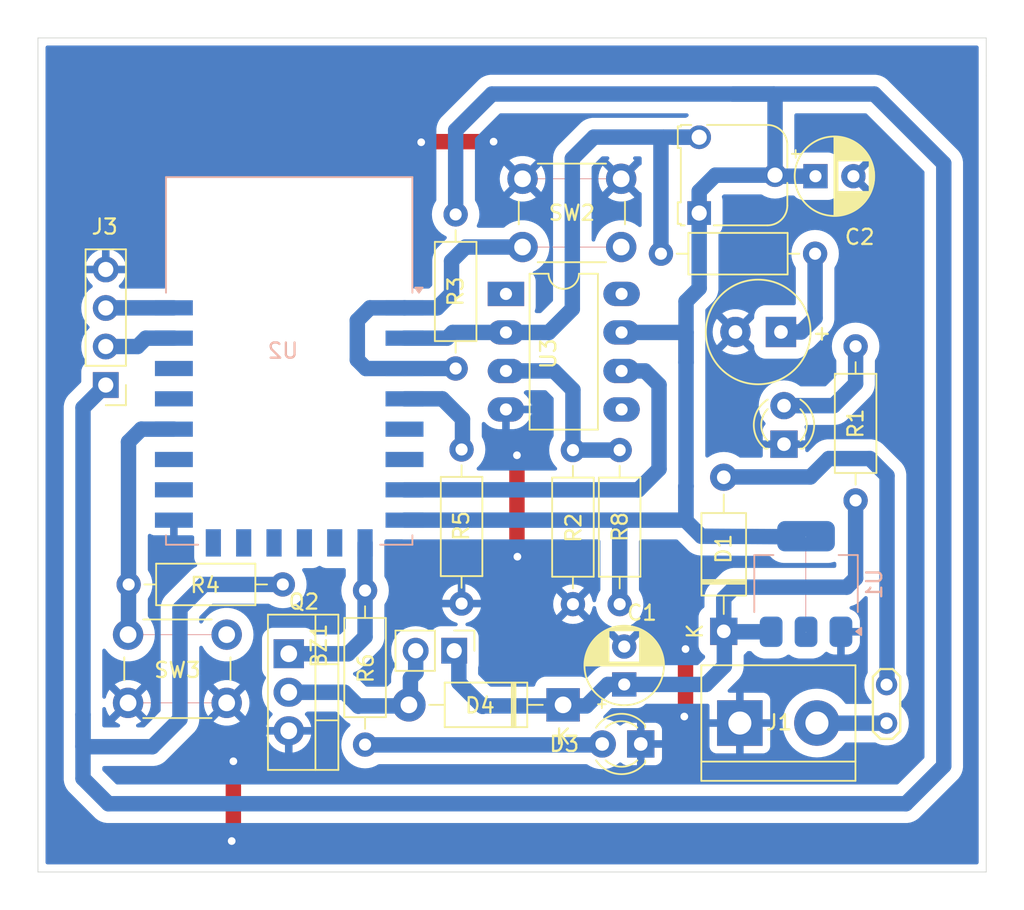
<source format=kicad_pcb>
(kicad_pcb (version 20240108) (generator "pcbnew") (generator_version "8.0")
  (layers (0 "F.Cu" signal) (31 "B.Cu" signal) (34 "B.Paste" user) (35 "F.Paste" user) (36 "B.SilkS" user "B.Silkscreen") (37 "F.SilkS" user "F.Silkscreen") (38 "B.Mask" user) (39 "F.Mask" user) (44 "Edge.Cuts" user))
  (net 0 "")
  (net 1 "Net-(BZ1--)")
  (net 2 "+12V")
  (net 3 "GND")
  (net 4 "+3.3V")
  (net 5 "Net-(D1-A)")
  (net 6 "Net-(D2-A)")
  (net 7 "Net-(D3-A)")
  (net 8 "Net-(J1-Pin_2)")
  (net 9 "/Tx")
  (net 10 "/Rx")
  (net 11 "Net-(MK1--)")
  (net 12 "Net-(Q2-G)")
  (net 13 "Net-(U3-+)")
  (net 14 "Net-(SW2-B)")
  (net 15 "Net-(SW3-A)")
  (net 16 "Net-(U2-GPIO16)")
  (net 17 "/intensity")
  (net 31 "Net-(U2-GPIO13)")
  (footprint "Capacitor_THT:CP_Radial_D5.0mm_P2.50mm" (layer "F.Cu") (at 153.64 87.635113 90)
    (property "Reference" "C1" (at 4.725112 1.17 0) (layer "F.SilkS"))
    (property "Value" "100uF")
    (pad "1" thru_hole rect (at 0 0 90) (size 1.6 1.6) (drill 0.8) (layers "*.Cu" "*.Mask") (net 2 "+12V"))
    (pad "2" thru_hole circle (at 2.5 0 90) (size 1.6 1.6) (drill 0.8) (layers "*.Cu" "*.Mask") (net 3 "GND"))
  )
  (footprint "Capacitor_THT:CP_Radial_D5.0mm_P2.50mm" (layer "F.Cu") (at 166.244888 54.12)
    (property "Reference" "C2" (at 2.915112 4.01 0) (layer "F.SilkS"))
    (property "Value" "10uF")
    (pad "1" thru_hole rect (at 0 0) (size 1.6 1.6) (drill 0.8) (layers "*.Cu" "*.Mask") (net 4 "+3.3V"))
    (pad "2" thru_hole circle (at 2.5 0) (size 1.6 1.6) (drill 0.8) (layers "*.Cu" "*.Mask") (net 3 "GND"))
  )
  (footprint "Buzzer_Beeper:MagneticBuzzer_Kobitone_254-EMB73-RO" (layer "F.Cu") (at 163.97 64.39 180)
    (property "Reference" "MK1" (hide yes))
    (property "Value" "Microphone")
    (fp_text user "+" (at -2.7 -0.05 180) (layer "F.SilkS"))
    (pad "1" thru_hole rect (at 0 0 180) (size 2 2) (drill 0.9) (layers "*.Cu" "*.Mask") (net 11 "Net-(MK1--)"))
    (pad "2" thru_hole circle (at 3 0 180) (size 2 2) (drill 0.9) (layers "*.Cu" "*.Mask") (net 3 "GND"))
  )
  (footprint "Package_TO_SOT_THT:TO-220-3_Vertical" (layer "F.Cu") (at 131.53 85.61 -90)
    (property "Reference" "Q2" (at -3.43 -1 180) (layer "F.SilkS"))
    (property "Value" "IRF540N")
    (pad "1" thru_hole rect (at 0 0 270) (size 1.905 2) (drill 1.1) (layers "*.Cu" "*.Mask") (net 12 "Net-(Q2-G)"))
    (pad "2" thru_hole oval (at 2.54 0 270) (size 1.905 2) (drill 1.1) (layers "*.Cu" "*.Mask") (net 1 "Net-(BZ1--)"))
    (pad "3" thru_hole oval (at 5.08 0 270) (size 1.905 2) (drill 1.1) (layers "*.Cu" "*.Mask") (net 3 "GND"))
  )
  (footprint "Diode_THT:D_DO-41_SOD81_P10.16mm_Horizontal" (layer "F.Cu") (at 149.61 88.98 180)
    (property "Reference" "D4" (at 5.48 -0.04 180) (layer "F.SilkS"))
    (property "Value" "1N4001")
    (fp_text user "K" (at 0 -2.1 180) (layer "F.SilkS"))
    (pad "1" thru_hole rect (at 0 0 180) (size 2.2 2.2) (drill 1.1) (layers "*.Cu" "*.Mask") (net 2 "+12V"))
    (pad "2" thru_hole oval (at 10.16 0 180) (size 2.2 2.2) (drill 1.1) (layers "*.Cu" "*.Mask") (net 1 "Net-(BZ1--)"))
  )
  (footprint "Resistor_THT:R_Axial_DIN0207_L6.3mm_D2.5mm_P10.16mm_Horizontal" (layer "F.Cu") (at 153.34 72.18 -90)
    (property "Reference" "R8" (at 5.07 -0.01 90) (layer "F.SilkS"))
    (property "Value" "100k")
    (pad "1" thru_hole circle (at 0 0 270) (size 1.6 1.6) (drill 0.8) (layers "*.Cu" "*.Mask") (net 13 "Net-(U3-+)"))
    (pad "2" thru_hole oval (at 10.16 0 270) (size 1.6 1.6) (drill 0.8) (layers "*.Cu" "*.Mask") (net 4 "+3.3V"))
  )
  (footprint "LED_THT:LED_D3.0mm" (layer "F.Cu") (at 154.73 91.56 180)
    (property "Reference" "D3" (at 5.04 0 180) (layer "F.SilkS"))
    (property "Value" "LED")
    (pad "1" thru_hole rect (at 0 0 180) (size 1.8 1.8) (drill 0.9) (layers "*.Cu" "*.Mask") (net 3 "GND"))
    (pad "2" thru_hole circle (at 2.54 0 180) (size 1.8 1.8) (drill 0.9) (layers "*.Cu" "*.Mask") (net 7 "Net-(D3-A)"))
  )
  (footprint "Resistor_THT:R_Axial_DIN0207_L6.3mm_D2.5mm_P10.16mm_Horizontal" (layer "F.Cu") (at 142.92 72.14 -90)
    (property "Reference" "R5" (at 5.04 0.02 90) (layer "F.SilkS"))
    (property "Value" "10k")
    (pad "1" thru_hole circle (at 0 0 270) (size 1.6 1.6) (drill 0.8) (layers "*.Cu" "*.Mask") (net 16 "Net-(U2-GPIO16)"))
    (pad "2" thru_hole oval (at 10.16 0 270) (size 1.6 1.6) (drill 0.8) (layers "*.Cu" "*.Mask") (net 3 "GND"))
  )
  (footprint "Package_DIP:DIP-8_W7.62mm_LongPads" (layer "F.Cu") (at 145.845 61.88)
    (property "Reference" "U3" (at 2.795 3.95 90) (layer "F.SilkS"))
    (property "Value" "LM741")
    (pad "1" thru_hole rect (at 0 0) (size 2.4 1.6) (drill 0.8) (layers "*.Cu" "*.Mask"))
    (pad "2" thru_hole oval (at 0 2.54) (size 2.4 1.6) (drill 0.8) (layers "*.Cu" "*.Mask") (net 17 "/intensity"))
    (pad "3" thru_hole oval (at 0 5.08) (size 2.4 1.6) (drill 0.8) (layers "*.Cu" "*.Mask") (net 13 "Net-(U3-+)"))
    (pad "4" thru_hole oval (at 0 7.62) (size 2.4 1.6) (drill 0.8) (layers "*.Cu" "*.Mask") (net 3 "GND"))
    (pad "5" thru_hole oval (at 7.62 7.62) (size 2.4 1.6) (drill 0.8) (layers "*.Cu" "*.Mask"))
    (pad "6" thru_hole oval (at 7.62 5.08) (size 2.4 1.6) (drill 0.8) (layers "*.Cu" "*.Mask") (net 31 "Net-(U2-GPIO13)"))
    (pad "7" thru_hole oval (at 7.62 2.54) (size 2.4 1.6) (drill 0.8) (layers "*.Cu" "*.Mask") (net 4 "+3.3V"))
    (pad "8" thru_hole oval (at 7.62 0) (size 2.4 1.6) (drill 0.8) (layers "*.Cu" "*.Mask"))
  )
  (footprint "Resistor_THT:R_Axial_DIN0207_L6.3mm_D2.5mm_P10.16mm_Horizontal" (layer "F.Cu") (at 168.89 75.5 90)
    (property "Reference" "R1" (at 5.07 0 -90) (layer "F.SilkS"))
    (property "Value" "1k")
    (pad "1" thru_hole circle (at 0 0 90) (size 1.6 1.6) (drill 0.8) (layers "*.Cu" "*.Mask") (net 2 "+12V"))
    (pad "2" thru_hole oval (at 10.16 0 90) (size 1.6 1.6) (drill 0.8) (layers "*.Cu" "*.Mask") (net 6 "Net-(D2-A)"))
  )
  (footprint "Resistor_THT:R_Axial_DIN0207_L6.3mm_D2.5mm_P10.16mm_Horizontal" (layer "F.Cu") (at 150.26 82.34 90)
    (property "Reference" "R2" (at 5.03 0.04 -90) (layer "F.SilkS"))
    (property "Value" "100k")
    (pad "1" thru_hole circle (at 0 0 90) (size 1.6 1.6) (drill 0.8) (layers "*.Cu" "*.Mask") (net 3 "GND"))
    (pad "2" thru_hole oval (at 10.16 0 90) (size 1.6 1.6) (drill 0.8) (layers "*.Cu" "*.Mask") (net 13 "Net-(U3-+)"))
  )
  (footprint "Button_Switch_THT:SW_PUSH_6mm" (layer "F.Cu") (at 146.94 54.29)
    (property "Reference" "SW2" (at 3.25 2.25 0) (layer "F.SilkS"))
    (property "Value" "Reset")
    (pad "1" thru_hole circle (at 0 0 90) (size 2 2) (drill 1.1) (layers "*.Cu" "*.Mask") (net 3 "GND"))
    (pad "1" thru_hole circle (at 6.5 0 90) (size 2 2) (drill 1.1) (layers "*.Cu" "*.Mask") (net 3 "GND"))
    (pad "2" thru_hole circle (at 0 4.5 90) (size 2 2) (drill 1.1) (layers "*.Cu" "*.Mask") (net 14 "Net-(SW2-B)"))
    (pad "2" thru_hole circle (at 6.5 4.5 90) (size 2 2) (drill 1.1) (layers "*.Cu" "*.Mask") (net 14 "Net-(SW2-B)"))
  )
  (footprint "Resistor_THT:R_Axial_DIN0207_L6.3mm_D2.5mm_P10.16mm_Horizontal" (layer "F.Cu") (at 131.14 81.04 180)
    (property "Reference" "R4" (at 5.12 -0.05 180) (layer "F.SilkS"))
    (property "Value" "10k")
    (pad "1" thru_hole circle (at 0 0 180) (size 1.6 1.6) (drill 0.8) (layers "*.Cu" "*.Mask") (net 4 "+3.3V"))
    (pad "2" thru_hole oval (at 10.16 0 180) (size 1.6 1.6) (drill 0.8) (layers "*.Cu" "*.Mask") (net 15 "Net-(SW3-A)"))
  )
  (footprint "TestPoint:TestPoint_2Pads_Pitch2.54mm_Drill0.8mm" (layer "F.Cu") (at 170.93 90.19 90)
    (property "Reference" "SW1" (hide yes))
    (property "Value" "Switch")
    (pad "1" thru_hole circle (at 0 0 90) (size 1.4 1.4) (drill 0.8) (layers "*.Cu" "*.Mask") (net 8 "Net-(J1-Pin_2)"))
    (pad "2" thru_hole circle (at 2.54 0 90) (size 1.4 1.4) (drill 0.8) (layers "*.Cu" "*.Mask") (net 5 "Net-(D1-A)"))
  )
  (footprint "LED_THT:LED_D3.0mm" (layer "F.Cu") (at 164.17 71.79 90)
    (property "Reference" "D2" (hide yes))
    (property "Value" "Power")
    (pad "1" thru_hole rect (at 0 0 90) (size 1.8 1.8) (drill 0.9) (layers "*.Cu" "*.Mask") (net 3 "GND"))
    (pad "2" thru_hole circle (at 2.54 0 90) (size 1.8 1.8) (drill 0.9) (layers "*.Cu" "*.Mask") (net 6 "Net-(D2-A)"))
  )
  (footprint "Button_Switch_THT:SW_PUSH_6mm" (layer "F.Cu") (at 120.94 84.35)
    (property "Reference" "SW3" (at 3.25 2.34 0) (layer "F.SilkS"))
    (property "Value" "Mode")
    (pad "1" thru_hole circle (at 0 0 90) (size 2 2) (drill 1.1) (layers "*.Cu" "*.Mask") (net 15 "Net-(SW3-A)"))
    (pad "1" thru_hole circle (at 6.5 0 90) (size 2 2) (drill 1.1) (layers "*.Cu" "*.Mask") (net 15 "Net-(SW3-A)"))
    (pad "2" thru_hole circle (at 0 4.5 90) (size 2 2) (drill 1.1) (layers "*.Cu" "*.Mask") (net 3 "GND"))
    (pad "2" thru_hole circle (at 6.5 4.5 90) (size 2 2) (drill 1.1) (layers "*.Cu" "*.Mask") (net 3 "GND"))
  )
  (footprint "Resistor_THT:R_Axial_DIN0207_L6.3mm_D2.5mm_P10.16mm_Horizontal" (layer "F.Cu") (at 142.53 56.64 -90)
    (property "Reference" "R3" (at 5.08 0 90) (layer "F.SilkS"))
    (property "Value" "10k")
    (pad "1" thru_hole circle (at 0 0 270) (size 1.6 1.6) (drill 0.8) (layers "*.Cu" "*.Mask") (net 4 "+3.3V"))
    (pad "2" thru_hole oval (at 10.16 0 270) (size 1.6 1.6) (drill 0.8) (layers "*.Cu" "*.Mask") (net 14 "Net-(SW2-B)"))
  )
  (footprint "TerminalBlock:TerminalBlock_bornier-2_P5.08mm" (layer "F.Cu") (at 161.26 90.18)
    (property "Reference" "J1" (at 2.59 -0.04 0) (layer "F.SilkS"))
    (property "Value" "Power")
    (pad "1" thru_hole rect (at 0 0) (size 3 3) (drill 1.52) (layers "*.Cu" "*.Mask") (net 3 "GND"))
    (pad "2" thru_hole circle (at 5.08 0) (size 3 3) (drill 1.52) (layers "*.Cu" "*.Mask") (net 8 "Net-(J1-Pin_2)"))
  )
  (footprint "Resistor_THT:R_Axial_DIN0207_L6.3mm_D2.5mm_P10.16mm_Horizontal" (layer "F.Cu") (at 136.56 81.44 -90)
    (property "Reference" "R6" (at 5.13 -0.05 90) (layer "F.SilkS"))
    (property "Value" "100")
    (pad "1" thru_hole circle (at 0 0 270) (size 1.6 1.6) (drill 0.8) (layers "*.Cu" "*.Mask") (net 12 "Net-(Q2-G)"))
    (pad "2" thru_hole oval (at 10.16 0 270) (size 1.6 1.6) (drill 0.8) (layers "*.Cu" "*.Mask") (net 7 "Net-(D3-A)"))
  )
  (footprint "Resistor_THT:R_Axial_DIN0207_L6.3mm_D2.5mm_P10.16mm_Horizontal" (layer "F.Cu") (at 156.06 59.23)
    (property "Reference" "R9" (hide yes))
    (property "Value" "150")
    (pad "1" thru_hole circle (at 0 0) (size 1.6 1.6) (drill 0.8) (layers "*.Cu" "*.Mask") (net 17 "/intensity"))
    (pad "2" thru_hole oval (at 10.16 0) (size 1.6 1.6) (drill 0.8) (layers "*.Cu" "*.Mask") (net 11 "Net-(MK1--)"))
  )
  (footprint "Connector_PinHeader_2.54mm:PinHeader_1x02_P2.54mm_Vertical" (layer "F.Cu") (at 142.435 85.41 -90)
    (property "Reference" "BZ1" (at -0.33 8.915 90) (layer "F.SilkS"))
    (property "Value" "Buzzer")
    (pad "1" thru_hole rect (at 0 0 270) (size 1.7 1.7) (drill 1) (layers "*.Cu" "*.Mask") (net 2 "+12V"))
    (pad "2" thru_hole oval (at 0 2.54 270) (size 1.7 1.7) (drill 1) (layers "*.Cu" "*.Mask") (net 1 "Net-(BZ1--)"))
  )
  (footprint "Connector_PinHeader_2.54mm:PinHeader_1x04_P2.54mm_Vertical" (layer "F.Cu") (at 119.47 67.89 180)
    (property "Reference" "J3" (at 0.07 10.44 180) (layer "F.SilkS"))
    (property "Value" "Program")
    (pad "1" thru_hole rect (at 0 0 180) (size 1.7 1.7) (drill 1) (layers "*.Cu" "*.Mask") (net 4 "+3.3V"))
    (pad "2" thru_hole oval (at 0 2.54 180) (size 1.7 1.7) (drill 1) (layers "*.Cu" "*.Mask") (net 10 "/Rx"))
    (pad "3" thru_hole oval (at 0 5.08 180) (size 1.7 1.7) (drill 1) (layers "*.Cu" "*.Mask") (net 9 "/Tx"))
    (pad "4" thru_hole oval (at 0 7.62 180) (size 1.7 1.7) (drill 1) (layers "*.Cu" "*.Mask") (net 3 "GND"))
  )
  (footprint "Potentiometer_THT:Potentiometer_Runtron_RM-065_Vertical" (layer "F.Cu") (at 158.58 56.55 90)
    (property "Reference" "RV1" (hide yes))
    (property "Value" "10k")
    (pad "1" thru_hole rect (at 0 0 90) (size 1.56 1.56) (drill 1) (layers "*.Cu" "*.Mask") (net 4 "+3.3V"))
    (pad "2" thru_hole circle (at 2.5 5 90) (size 1.56 1.56) (drill 1) (layers "*.Cu" "*.Mask") (net 4 "+3.3V"))
    (pad "3" thru_hole circle (at 5 0 90) (size 1.56 1.56) (drill 1) (layers "*.Cu" "*.Mask") (net 17 "/intensity"))
  )
  (footprint "Diode_THT:D_A-405_P10.16mm_Horizontal" (layer "F.Cu") (at 160.2 84.13 90)
    (property "Reference" "D1" (at 5.44 -0.01 -90) (layer "F.SilkS"))
    (property "Value" "1N4001")
    (fp_text user "K" (at 0 -1.9 -90) (layer "F.SilkS"))
    (pad "1" thru_hole rect (at 0 0 90) (size 1.8 1.8) (drill 0.9) (layers "*.Cu" "*.Mask") (net 2 "+12V"))
    (pad "2" thru_hole oval (at 10.16 0 90) (size 1.8 1.8) (drill 0.9) (layers "*.Cu" "*.Mask") (net 5 "Net-(D1-A)"))
  )
  (footprint "RF_Module:ESP-12E" (layer "B.Cu") (at 131.56 66.3 180)
    (property "Reference" "U2" (at 0.41 0.67 180) (layer "B.SilkS") (effects (justify mirror)))
    (property "Value" "ESP-12F")
    (pad "1" smd rect (at -7.6 3.5 180) (size 2.5 1) (layers "B.Cu" "B.Paste" "B.Mask") (net 14 "Net-(SW2-B)"))
    (pad "2" smd rect (at -7.6 1.5 180) (size 2.5 1) (layers "B.Cu" "B.Paste" "B.Mask") (net 17 "/intensity"))
    (pad "3" smd rect (at -7.6 -0.5 180) (size 2.5 1) (layers "B.Cu" "B.Paste" "B.Mask") (net 14 "Net-(SW2-B)"))
    (pad "4" smd rect (at -7.6 -2.5 180) (size 2.5 1) (layers "B.Cu" "B.Paste" "B.Mask") (net 16 "Net-(U2-GPIO16)"))
    (pad "5" smd rect (at -7.6 -4.5 180) (size 2.5 1) (layers "B.Cu" "B.Paste" "B.Mask"))
    (pad "6" smd rect (at -7.6 -6.5 180) (size 2.5 1) (layers "B.Cu" "B.Paste" "B.Mask"))
    (pad "7" smd rect (at -7.6 -8.5 180) (size 2.5 1) (layers "B.Cu" "B.Paste" "B.Mask") (net 31 "Net-(U2-GPIO13)"))
    (pad "8" smd rect (at -7.6 -10.5 180) (size 2.5 1) (layers "B.Cu" "B.Paste" "B.Mask") (net 4 "+3.3V"))
    (pad "9" smd rect (at -5 -12 180) (size 1 1.8) (layers "B.Cu" "B.Paste" "B.Mask") (net 12 "Net-(Q2-G)"))
    (pad "10" smd rect (at -3 -12 180) (size 1 1.8) (layers "B.Cu" "B.Paste" "B.Mask"))
    (pad "11" smd rect (at -1 -12 180) (size 1 1.8) (layers "B.Cu" "B.Paste" "B.Mask"))
    (pad "12" smd rect (at 1 -12 180) (size 1 1.8) (layers "B.Cu" "B.Paste" "B.Mask"))
    (pad "13" smd rect (at 3 -12 180) (size 1 1.8) (layers "B.Cu" "B.Paste" "B.Mask"))
    (pad "14" smd rect (at 5 -12 180) (size 1 1.8) (layers "B.Cu" "B.Paste" "B.Mask"))
    (pad "15" smd rect (at 7.6 -10.5 180) (size 2.5 1) (layers "B.Cu" "B.Paste" "B.Mask") (net 3 "GND"))
    (pad "16" smd rect (at 7.6 -8.5 180) (size 2.5 1) (layers "B.Cu" "B.Paste" "B.Mask"))
    (pad "17" smd rect (at 7.6 -6.5 180) (size 2.5 1) (layers "B.Cu" "B.Paste" "B.Mask"))
    (pad "18" smd rect (at 7.6 -4.5 180) (size 2.5 1) (layers "B.Cu" "B.Paste" "B.Mask") (net 15 "Net-(SW3-A)"))
    (pad "19" smd rect (at 7.6 -2.5 180) (size 2.5 1) (layers "B.Cu" "B.Paste" "B.Mask"))
    (pad "20" smd rect (at 7.6 -0.5 180) (size 2.5 1) (layers "B.Cu" "B.Paste" "B.Mask"))
    (pad "21" smd rect (at 7.6 1.5 180) (size 2.5 1) (layers "B.Cu" "B.Paste" "B.Mask") (net 10 "/Rx"))
    (pad "22" smd rect (at 7.6 3.5 180) (size 2.5 1) (layers "B.Cu" "B.Paste" "B.Mask") (net 9 "/Tx"))
    (zone (net 0) (net_name "") (layers "*.Cu") (connect_pads (clearance 0)) (min_thickness 0.254)
      (keepout (tracks not_allowed) (vias not_allowed) (pads not_allowed) (copperpour not_allowed) (footprints not_allowed))
      (fill (thermal_gap 0.508) (thermal_bridge_width 0.508))
      (polygon (pts (xy 139.68 61.5) (xy 123.44 61.5) (xy 123.44 54.18) (xy 139.68 54.18)))
    )
  )
  (footprint "Package_TO_SOT_SMD:SOT-223-3_TabPin2" (layer "B.Cu") (at 165.6225 81.01 90)
    (property "Reference" "U1" (at 0 4.5 -90) (layer "B.SilkS") (effects (justify mirror)))
    (property "Value" "AMS1117-3.3")
    (pad "1" smd roundrect (at -3.15 2.3 90) (size 2 1.5) (layers "B.Cu" "B.Paste" "B.Mask") (net 3 "GND"))
    (pad "2" smd roundrect (at -3.15 0 90) (size 2 1.5) (layers "B.Cu" "B.Paste" "B.Mask") (net 4 "+3.3V"))
    (pad "2" smd roundrect (at 3.15 0 90) (size 2 3.8) (layers "B.Cu" "B.Paste" "B.Mask") (net 4 "+3.3V"))
    (pad "3" smd roundrect (at -3.15 -2.3 90) (size 2 1.5) (layers "B.Cu" "B.Paste" "B.Mask") (net 2 "+12V"))
  )
  (gr_line (start 177.5 47.5) (end 177.5 100) (stroke (width 0.05)) (layer "Edge.Cuts"))
  (gr_line (start 115 100) (end 115 45) (stroke (width 0.05)) (layer "Edge.Cuts"))
  (gr_line (start 177.5 100) (end 115 100) (stroke (width 0.05)) (layer "Edge.Cuts"))
  (gr_line (start 177.5 45) (end 177.5 47.5) (stroke (width 0.05)) (layer "Edge.Cuts"))
  (gr_line (start 115 45) (end 177.5 45) (stroke (width 0.05)) (layer "Edge.Cuts"))
  (segment (start 139.38 89.05) (end 136.14 89.05) (width 1.016) (layer "B.Cu") (net 1))
  (segment (start 139.895 86.825) (end 139.92 86.85) (width 1.016) (layer "B.Cu") (net 1))
  (segment (start 139.55 88.88) (end 139.38 89.05) (width 1.016) (layer "B.Cu") (net 1))
  (segment (start 139.895 85.41) (end 139.895 86.825) (width 1.016) (layer "B.Cu") (net 1))
  (segment (start 136.14 89.05) (end 136.12 89.07) (width 1.016) (layer "B.Cu") (net 1))
  (segment (start 139.92 86.85) (end 139.55 87.22) (width 1.016) (layer "B.Cu") (net 1))
  (segment (start 135.2 88.15) (end 131.53 88.15) (width 1.016) (layer "B.Cu") (net 1))
  (segment (start 136.12 89.07) (end 135.2 88.15) (width 1.016) (layer "B.Cu") (net 1))
  (segment (start 139.55 87.22) (end 139.55 88.88) (width 1.016) (layer "B.Cu") (net 1))
  (segment (start 151.14 89.05) (end 144.34 89.05) (width 1.016) (layer "B.Cu") (net 2))
  (segment (start 168.89 75.5) (end 168.89 80.63) (width 1.016) (layer "B.Cu") (net 2))
  (segment (start 144.34 89.05) (end 144.31 89.08) (width 1.016) (layer "B.Cu") (net 2))
  (segment (start 159.024888 87.635112) (end 152.554888 87.635112) (width 1.016) (layer "B.Cu") (net 2))
  (segment (start 160.23 84.16) (end 160.2 84.13) (width 1.016) (layer "B.Cu") (net 2))
  (segment (start 160.93 81.22) (end 160.2 81.95) (width 1.016) (layer "B.Cu") (net 2))
  (segment (start 160.24 86.42) (end 159.024888 87.635112) (width 1.016) (layer "B.Cu") (net 2))
  (segment (start 152.554888 87.635112) (end 151.14 89.05) (width 1.016) (layer "B.Cu") (net 2))
  (segment (start 142.74 87.51) (end 142.74 85.47) (width 1.016) (layer "B.Cu") (net 2))
  (segment (start 168.89 80.63) (end 168.3 81.22) (width 1.016) (layer "B.Cu") (net 2))
  (segment (start 168.3 81.22) (end 160.93 81.22) (width 1.016) (layer "B.Cu") (net 2))
  (segment (start 160.2 81.95) (end 160.2 84.13) (width 1.016) (layer "B.Cu") (net 2))
  (segment (start 160.24 84.17) (end 160.24 86.42) (width 1.016) (layer "B.Cu") (net 2))
  (segment (start 163.3225 84.16) (end 160.23 84.16) (width 1.016) (layer "B.Cu") (net 2))
  (segment (start 144.31 89.08) (end 142.74 87.51) (width 1.016) (layer "B.Cu") (net 2))
  (segment (start 160.2 84.13) (end 160.24 84.17) (width 1.016) (layer "B.Cu") (net 2))
  (segment (start 146.57 79.18) (end 146.6 79.21) (width 1.016) (layer "F.Cu") (net 3))
  (segment (start 127.88 92.7) (end 127.88 97.85) (width 1.016) (layer "F.Cu") (net 3))
  (segment (start 157.68 89.67) (end 157.6 89.75) (width 1.016) (layer "F.Cu") (net 3))
  (segment (start 157.68 85.3) (end 157.68 89.67) (width 1.016) (layer "F.Cu") (net 3))
  (segment (start 145.03 51.84) (end 140.3 51.84) (width 1.016) (layer "F.Cu") (net 3))
  (segment (start 146.94 54.29) (end 153.44 54.29) (width 0.0254) (layer "F.Cu") (net 3))
  (segment (start 127.88 97.85) (end 127.77 97.96) (width 1.016) (layer "F.Cu") (net 3))
  (segment (start 120.94 88.85) (end 127.44 88.85) (width 0.0254) (layer "F.Cu") (net 3))
  (segment (start 140.3 51.84) (end 140.26 51.88) (width 1.016) (layer "F.Cu") (net 3))
  (segment (start 146.57 72.52) (end 146.57 79.18) (width 1.016) (layer "F.Cu") (net 3))
  (via (at 146.6 79.21) (size 1.524) (drill 0.508) (layers "F.Cu" "B.Cu") (net 3))
  (via (at 157.68 85.3) (size 1.524) (drill 0.508) (layers "F.Cu" "B.Cu") (net 3))
  (via (at 146.57 72.52) (size 1.524) (drill 0.508) (layers "F.Cu" "B.Cu") (net 3))
  (via (at 145.03 51.84) (size 1.524) (drill 0.508) (layers "F.Cu" "B.Cu") (net 3))
  (via (at 127.88 92.7) (size 1.524) (drill 0.508) (layers "F.Cu" "B.Cu") (net 3))
  (via (at 140.26 51.88) (size 1.524) (drill 0.508) (layers "F.Cu" "B.Cu") (net 3))
  (via (at 127.77 97.96) (size 1.524) (drill 0.508) (layers "F.Cu" "B.Cu") (net 3))
  (via (at 157.6 89.75) (size 1.524) (drill 0.508) (layers "F.Cu" "B.Cu") (net 3))
  (segment (start 165.61 77.9) (end 165.61 84.18) (width 0.0254) (layer "F.Cu") (net 4))
  (via (at 165.61 77.9) (size 0.0508) (drill 0.0254) (layers "F.Cu" "B.Cu") (net 4))
  (via (at 165.62 84.19) (size 0.0508) (drill 0.0254) (layers "F.Cu" "B.Cu") (net 4))
  (segment (start 158.58 61.51) (end 157.713 62.377) (width 1.016) (layer "B.Cu") (net 4))
  (segment (start 144.92 48.7) (end 163.5 48.7) (width 1.016) (layer "B.Cu") (net 4))
  (segment (start 157.713 76.8) (end 153.36 76.8) (width 1.016) (layer "B.Cu") (net 4))
  (segment (start 170.12 48.7) (end 174.7 53.28) (width 1.016) (layer "B.Cu") (net 4))
  (segment (start 153.36 76.8) (end 139.16 76.8) (width 1.016) (layer "B.Cu") (net 4))
  (segment (start 153.34 76.82) (end 153.36 76.8) (width 1.016) (layer "B.Cu") (net 4))
  (segment (start 117.98 91.74) (end 117.97 91.73) (width 1.016) (layer "B.Cu") (net 4))
  (segment (start 166.244888 54.12) (end 163.65 54.12) (width 1.016) (layer "B.Cu") (net 4))
  (segment (start 117.97 93.83) (end 117.97 89.62) (width 1.016) (layer "B.Cu") (net 4))
  (segment (start 158.58 56.55) (end 158.58 61.51) (width 1.016) (layer "B.Cu") (net 4))
  (segment (start 159.65 54.05) (end 158.58 55.12) (width 1.016) (layer "B.Cu") (net 4))
  (segment (start 163.5 48.7) (end 163.58 48.78) (width 1.016) (layer "B.Cu") (net 4))
  (segment (start 117.97 89.62) (end 117.97 69.39) (width 1.016) (layer "B.Cu") (net 4))
  (segment (start 163.58 54.05) (end 159.65 54.05) (width 1.016) (layer "B.Cu") (net 4))
  (segment (start 142.53 56.64) (end 142.53 51.09) (width 1.016) (layer "B.Cu") (net 4))
  (segment (start 158.58 55.12) (end 158.58 56.55) (width 1.016) (layer "B.Cu") (net 4))
  (segment (start 122.54 91.74) (end 117.98 91.74) (width 1.016) (layer "B.Cu") (net 4))
  (segment (start 157.713 64.42) (end 157.713 66.403) (width 1.016) (layer "B.Cu") (net 4))
  (segment (start 117.97 91.73) (end 117.97 89.62) (width 1.016) (layer "B.Cu") (net 4))
  (segment (start 124.36 82.63) (end 124.36 89.92) (width 1.016) (layer "B.Cu") (net 4))
  (segment (start 174.7 53.28) (end 174.7 93) (width 1.016) (layer "B.Cu") (net 4))
  (segment (start 153.465 64.42) (end 157.713 64.42) (width 1.016) (layer "B.Cu") (net 4))
  (segment (start 157.7 74.57) (end 157.713 74.557) (width 1.016) (layer "B.Cu") (net 4))
  (segment (start 174.7 93) (end 172.2 95.5) (width 1.016) (layer "B.Cu") (net 4))
  (segment (start 157.7 76.84) (end 157.7 74.57) (width 1.016) (layer "B.Cu") (net 4))
  (segment (start 157.713 74.557) (end 157.713 76.8) (width 1.016) (layer "B.Cu") (net 4))
  (segment (start 153.34 82.34) (end 153.34 76.82) (width 1.016) (layer "B.Cu") (net 4))
  (segment (start 157.713 62.377) (end 157.713 66.403) (width 1.016) (layer "B.Cu") (net 4))
  (segment (start 157.713 66.403) (end 157.713 74.557) (width 1.016) (layer "B.Cu") (net 4))
  (segment (start 117.97 69.39) (end 119.47 67.89) (width 1.016) (layer "B.Cu") (net 4))
  (segment (start 119.64 95.5) (end 117.97 93.83) (width 1.016) (layer "B.Cu") (net 4))
  (segment (start 158.72 77.86) (end 157.7 76.84) (width 1.016) (layer "B.Cu") (net 4))
  (segment (start 131.14 81.04) (end 125.95 81.04) (width 1.016) (layer "B.Cu") (net 4))
  (segment (start 142.53 51.09) (end 144.92 48.7) (width 1.016) (layer "B.Cu") (net 4))
  (segment (start 165.61 77.9) (end 158.72 77.86) (width 1.016) (layer "B.Cu") (net 4))
  (segment (start 163.58 48.78) (end 163.58 54.05) (width 1.016) (layer "B.Cu") (net 4))
  (segment (start 124.36 89.92) (end 122.54 91.74) (width 1.016) (layer "B.Cu") (net 4))
  (segment (start 125.95 81.04) (end 124.36 82.63) (width 1.016) (layer "B.Cu") (net 4))
  (segment (start 165.6225 77.86) (end 165.61 77.9) (width 1.016) (layer "B.Cu") (net 4))
  (segment (start 172.2 95.5) (end 119.64 95.5) (width 1.016) (layer "B.Cu") (net 4))
  (segment (start 163.65 54.12) (end 163.58 54.05) (width 1.016) (layer "B.Cu") (net 4))
  (segment (start 160.8 48.7) (end 170.12 48.7) (width 1.016) (layer "B.Cu") (net 4))
  (segment (start 171 87.65) (end 170.96 87.61) (width 1.016) (layer "B.Cu") (net 5))
  (segment (start 165.91 73.95) (end 160.22 73.95) (width 1.016) (layer "B.Cu") (net 5))
  (segment (start 170.96 73.87) (end 169.83 72.74) (width 1.016) (layer "B.Cu") (net 5))
  (segment (start 170.91 87.65) (end 171 87.65) (width 1.016) (layer "B.Cu") (net 5))
  (segment (start 160.22 73.95) (end 160.2 73.97) (width 1.016) (layer "B.Cu") (net 5))
  (segment (start 170.96 87.61) (end 170.96 73.87) (width 1.016) (layer "B.Cu") (net 5))
  (segment (start 167.12 72.74) (end 165.91 73.95) (width 1.016) (layer "B.Cu") (net 5))
  (segment (start 169.83 72.74) (end 167.12 72.74) (width 1.016) (layer "B.Cu") (net 5))
  (segment (start 168.89 65.34) (end 168.89 67.8) (width 1.016) (layer "B.Cu") (net 6))
  (segment (start 167.44 69.25) (end 164.17 69.25) (width 1.016) (layer "B.Cu") (net 6))
  (segment (start 168.89 67.8) (end 167.44 69.25) (width 1.016) (layer "B.Cu") (net 6))
  (segment (start 152.19 91.56) (end 152.13 91.62) (width 1.016) (layer "B.Cu") (net 7))
  (segment (start 152.13 91.62) (end 136.58 91.62) (width 1.016) (layer "B.Cu") (net 7))
  (segment (start 136.58 91.62) (end 136.56 91.6) (width 1.016) (layer "B.Cu") (net 7))
  (segment (start 170.93 90.19) (end 166.35 90.19) (width 1.016) (layer "B.Cu") (net 8))
  (segment (start 166.35 90.19) (end 166.34 90.18) (width 1.016) (layer "B.Cu") (net 8))
  (segment (start 119.48 62.8) (end 119.47 62.81) (width 1.016) (layer "B.Cu") (net 9))
  (segment (start 123.96 62.8) (end 119.48 62.8) (width 1.016) (layer "B.Cu") (net 9))
  (segment (start 121.56 65.35) (end 122.11 64.8) (width 1.016) (layer "B.Cu") (net 10))
  (segment (start 122.11 64.8) (end 123.96 64.8) (width 1.016) (layer "B.Cu") (net 10))
  (segment (start 119.47 65.35) (end 121.56 65.35) (width 1.016) (layer "B.Cu") (net 10))
  (segment (start 166.22 63.47) (end 165.3 64.39) (width 1.016) (layer "B.Cu") (net 11))
  (segment (start 166.22 59.23) (end 166.22 63.47) (width 1.016) (layer "B.Cu") (net 11))
  (segment (start 165.3 64.39) (end 163.97 64.39) (width 1.016) (layer "B.Cu") (net 11))
  (segment (start 136.56 78.3) (end 136.56 81.44) (width 1.016) (layer "B.Cu") (net 12))
  (segment (start 136.56 84.5) (end 136.56 81.44) (width 1.016) (layer "B.Cu") (net 12))
  (segment (start 135.45 85.61) (end 136.56 84.5) (width 1.016) (layer "B.Cu") (net 12))
  (segment (start 131.53 85.61) (end 135.45 85.61) (width 1.016) (layer "B.Cu") (net 12))
  (segment (start 150.26 68.21) (end 149.01 66.96) (width 1.016) (layer "B.Cu") (net 13))
  (segment (start 150.26 72.18) (end 150.26 68.21) (width 1.016) (layer "B.Cu") (net 13))
  (segment (start 149.01 66.96) (end 145.845 66.96) (width 1.016) (layer "B.Cu") (net 13))
  (segment (start 153.34 72.18) (end 150.26 72.18) (width 1.016) (layer "B.Cu") (net 13))
  (segment (start 146.94 58.79) (end 153.44 58.79) (width 0.0254) (layer "F.Cu") (net 14))
  (segment (start 136.62 66.8) (end 136.05 66.23) (width 1.016) (layer "B.Cu") (net 14))
  (segment (start 142.26 59.71) (end 143.18 58.79) (width 1.016) (layer "B.Cu") (net 14))
  (segment (start 139.16 66.8) (end 136.62 66.8) (width 1.016) (layer "B.Cu") (net 14))
  (segment (start 141.32 62.8) (end 142.26 61.86) (width 1.016) (layer "B.Cu") (net 14))
  (segment (start 139.16 62.8) (end 141.32 62.8) (width 1.016) (layer "B.Cu") (net 14))
  (segment (start 142.26 61.86) (end 142.26 59.71) (width 1.016) (layer "B.Cu") (net 14))
  (segment (start 136.88 62.8) (end 139.16 62.8) (width 1.016) (layer "B.Cu") (net 14))
  (segment (start 136.05 66.23) (end 136.05 63.63) (width 1.016) (layer "B.Cu") (net 14))
  (segment (start 143.18 58.79) (end 146.94 58.79) (width 1.016) (layer "B.Cu") (net 14))
  (segment (start 136.05 63.63) (end 136.88 62.8) (width 1.016) (layer "B.Cu") (net 14))
  (segment (start 142.53 66.8) (end 139.16 66.8) (width 1.016) (layer "B.Cu") (net 14))
  (segment (start 120.94 84.35) (end 127.44 84.35) (width 0.0254) (layer "F.Cu") (net 15))
  (segment (start 120.97 84.32) (end 120.97 71.64) (width 1.016) (layer "B.Cu") (net 15))
  (segment (start 120.97 71.64) (end 121.81 70.8) (width 1.016) (layer "B.Cu") (net 15))
  (segment (start 120.94 84.35) (end 120.97 84.32) (width 1.016) (layer "B.Cu") (net 15))
  (segment (start 121.81 70.8) (end 123.96 70.8) (width 1.016) (layer "B.Cu") (net 15))
  (segment (start 141.65 68.8) (end 142.98 70.13) (width 1.016) (layer "B.Cu") (net 16))
  (segment (start 142.98 70.13) (end 142.98 72.3) (width 1.016) (layer "B.Cu") (net 16))
  (segment (start 139.16 68.8) (end 141.65 68.8) (width 1.016) (layer "B.Cu") (net 16))
  (segment (start 141.96 64.8) (end 142.34 64.42) (width 1.016) (layer "B.Cu") (net 17))
  (segment (start 156.23 51.54) (end 151.64 51.54) (width 1.016) (layer "B.Cu") (net 17))
  (segment (start 158.57 51.54) (end 156.23 51.54) (width 1.016) (layer "B.Cu") (net 17))
  (segment (start 156.06 59.23) (end 156.06 51.71) (width 1.016) (layer "B.Cu") (net 17))
  (segment (start 156.86 51.55) (end 158.58 51.55) (width 1.016) (layer "B.Cu") (net 17))
  (segment (start 150.22 62.87) (end 148.67 64.42) (width 1.016) (layer "B.Cu") (net 17))
  (segment (start 148.67 64.42) (end 145.845 64.42) (width 1.016) (layer "B.Cu") (net 17))
  (segment (start 142.34 64.42) (end 145.845 64.42) (width 1.016) (layer "B.Cu") (net 17))
  (segment (start 151.64 51.54) (end 150.22 52.96) (width 1.016) (layer "B.Cu") (net 17))
  (segment (start 139.16 64.8) (end 141.96 64.8) (width 1.016) (layer "B.Cu") (net 17))
  (segment (start 156.06 51.71) (end 156.23 51.54) (width 1.016) (layer "B.Cu") (net 17))
  (segment (start 150.22 52.96) (end 150.22 62.87) (width 1.016) (layer "B.Cu") (net 17))
  (segment (start 158.58 51.55) (end 158.57 51.54) (width 1.016) (layer "B.Cu") (net 17))
  (segment (start 153.465 66.96) (end 155.01 66.96) (width 1.016) (layer "B.Cu") (net 31))
  (segment (start 155.01 66.96) (end 155.935 67.885) (width 1.016) (layer "B.Cu") (net 31))
  (segment (start 155.935 67.885) (end 155.935 73.435) (width 1.016) (layer "B.Cu") (net 31))
  (segment (start 154.57 74.8) (end 139.16 74.8) (width 1.016) (layer "B.Cu") (net 31))
  (segment (start 155.935 73.435) (end 154.57 74.8) (width 1.016) (layer "B.Cu") (net 31))
  (zone (net 3) (net_name "GND") (layer "B.Cu") (connect_pads (clearance 0.5)) (min_thickness 0.25) (fill yes (thermal_gap 0.5) (thermal_bridge_width 0.5))
    (polygon (pts (xy 180 42.5) (xy 180 102.5) (xy 112.5 102.5) (xy 112.5 42.5)))
  )
)
</source>
